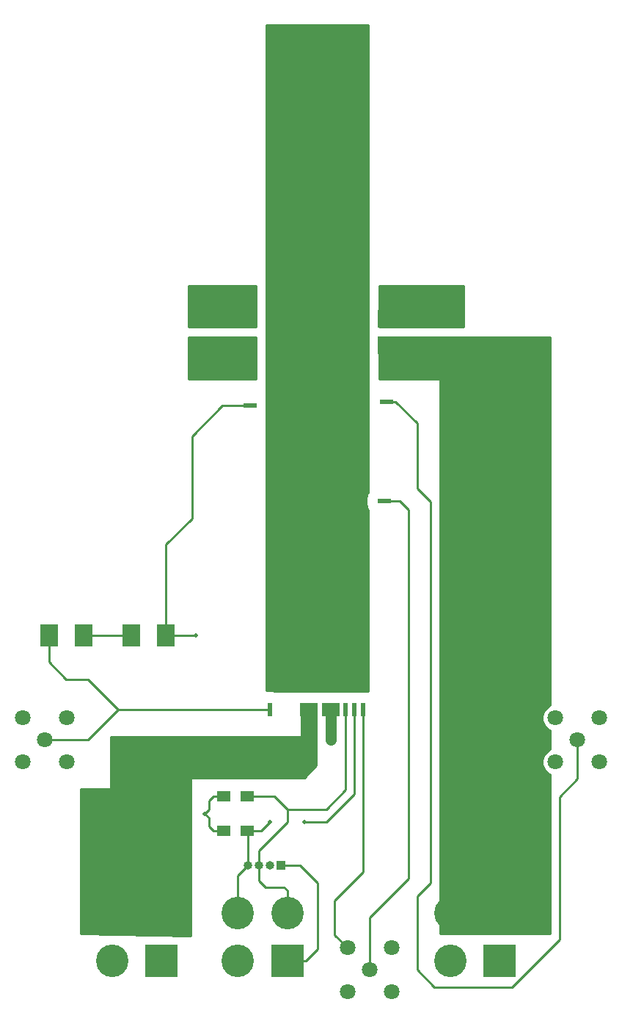
<source format=gbr>
G04 #@! TF.FileFunction,Copper,L1,Top,Signal*
%FSLAX46Y46*%
G04 Gerber Fmt 4.6, Leading zero omitted, Abs format (unit mm)*
G04 Created by KiCad (PCBNEW 4.0.6) date 2017 May 30, Tuesday 14:38:27*
%MOMM*%
%LPD*%
G01*
G04 APERTURE LIST*
%ADD10C,0.100000*%
%ADD11R,3.750000X3.750000*%
%ADD12C,3.750000*%
%ADD13C,1.798320*%
%ADD14C,1.795780*%
%ADD15R,1.500000X1.300000*%
%ADD16R,2.000000X2.500000*%
%ADD17R,2.000000X1.500000*%
%ADD18R,1.500000X0.500000*%
%ADD19R,0.500000X1.500000*%
%ADD20R,1.500000X2.000000*%
%ADD21R,1.000000X1.000000*%
%ADD22O,1.000000X1.000000*%
%ADD23C,0.508000*%
%ADD24C,0.254000*%
%ADD25C,1.270000*%
G04 APERTURE END LIST*
D10*
D11*
X94000000Y-138000000D03*
D12*
X88300000Y-138000000D03*
X94000000Y-132500000D03*
X88300000Y-132500000D03*
D11*
X133000000Y-138000000D03*
D12*
X127300000Y-138000000D03*
X133000000Y-132500000D03*
X127300000Y-132500000D03*
D13*
X80500000Y-112500000D03*
D14*
X83040000Y-109960000D03*
X77960000Y-109960000D03*
X77960000Y-115040000D03*
X83040000Y-115040000D03*
D15*
X103850000Y-123000000D03*
X101150000Y-123000000D03*
X103850000Y-119000000D03*
X101150000Y-119000000D03*
D16*
X85000000Y-100500000D03*
X81000000Y-100500000D03*
X94500000Y-100500000D03*
X90500000Y-100500000D03*
D17*
X111000000Y-109000000D03*
X113500000Y-109000000D03*
D18*
X119750000Y-85000000D03*
D19*
X116250000Y-109000000D03*
X115250000Y-109000000D03*
D20*
X104250000Y-64000000D03*
D19*
X117250000Y-109000000D03*
D20*
X119750000Y-64000000D03*
D19*
X106500000Y-109000000D03*
D18*
X104250000Y-74000000D03*
D11*
X108500000Y-138000000D03*
D12*
X102800000Y-138000000D03*
X108500000Y-132500000D03*
X102800000Y-132500000D03*
D13*
X118000000Y-139000000D03*
D14*
X115460000Y-141540000D03*
X120540000Y-141540000D03*
X120540000Y-136460000D03*
X115460000Y-136460000D03*
D20*
X104250000Y-67000000D03*
X119750000Y-67000000D03*
D21*
X107770000Y-127000000D03*
D22*
X106500000Y-127000000D03*
X105230000Y-127000000D03*
X103960000Y-127000000D03*
D13*
X142000000Y-112500000D03*
D14*
X144540000Y-109960000D03*
X139460000Y-109960000D03*
X139460000Y-115040000D03*
X144540000Y-115040000D03*
D18*
X120000000Y-73500000D03*
D23*
X109000000Y-34000000D03*
X112000000Y-34000000D03*
X115000000Y-34000000D03*
X115000000Y-37000000D03*
X112000000Y-37000000D03*
X109000000Y-37000000D03*
X109000000Y-40000000D03*
X112000000Y-40000000D03*
X115000000Y-40000000D03*
X115000000Y-43000000D03*
X112000000Y-43000000D03*
X109000000Y-43000000D03*
X109000000Y-46000000D03*
X112000000Y-46000000D03*
X115000000Y-46000000D03*
X115000000Y-49000000D03*
X112000000Y-49000000D03*
X109000000Y-49000000D03*
X109000000Y-52000000D03*
X112000000Y-52000000D03*
X115000000Y-52000000D03*
X115000000Y-55000000D03*
X112000000Y-55000000D03*
X109000000Y-55000000D03*
X115000000Y-74000000D03*
X112000000Y-74000000D03*
X109000000Y-74000000D03*
X109000000Y-77000000D03*
X112000000Y-77000000D03*
X115000000Y-77000000D03*
X115000000Y-80000000D03*
X112000000Y-80000000D03*
X109000000Y-80000000D03*
X109000000Y-83000000D03*
X112000000Y-83000000D03*
X115000000Y-83000000D03*
X115000000Y-86000000D03*
X112000000Y-86000000D03*
X109000000Y-86000000D03*
X109000000Y-89000000D03*
X112000000Y-89000000D03*
X115000000Y-89000000D03*
X115000000Y-92000000D03*
X112000000Y-92000000D03*
X109000000Y-92000000D03*
X109000000Y-95000000D03*
X112000000Y-95000000D03*
X115000000Y-95000000D03*
X115000000Y-98000000D03*
X112000000Y-98000000D03*
X109000000Y-98000000D03*
X109000000Y-101000000D03*
X112000000Y-101000000D03*
X115000000Y-101000000D03*
X115000000Y-104000000D03*
X112000000Y-104000000D03*
X109000000Y-104000000D03*
X113500000Y-112000000D03*
X113500000Y-111000000D03*
X99000000Y-121000000D03*
X110500000Y-122000000D03*
X106500000Y-122000000D03*
X122000000Y-69000000D03*
X124000000Y-69000000D03*
X126000000Y-69000000D03*
X128000000Y-69000000D03*
X128000000Y-67000000D03*
X126000000Y-67000000D03*
X124000000Y-67000000D03*
X122000000Y-67000000D03*
X102000000Y-69000000D03*
X100000000Y-69000000D03*
X98000000Y-69000000D03*
X98000000Y-67000000D03*
X100000000Y-67000000D03*
X102000000Y-67000000D03*
X122000000Y-62000000D03*
X124000000Y-62000000D03*
X126000000Y-62000000D03*
X128000000Y-62000000D03*
X128000000Y-64000000D03*
X126000000Y-64000000D03*
X124000000Y-64000000D03*
X98000000Y-62000000D03*
X98000000Y-64000000D03*
X100000000Y-64000000D03*
X100000000Y-62000000D03*
X102000000Y-62000000D03*
X122000000Y-64000000D03*
X102000000Y-64000000D03*
X98000000Y-100500000D03*
D24*
X112000000Y-129000000D02*
X110000000Y-127000000D01*
X110000000Y-127000000D02*
X107770000Y-127000000D01*
X112000000Y-136629000D02*
X112000000Y-129000000D01*
X108500000Y-138000000D02*
X110629000Y-138000000D01*
X110629000Y-138000000D02*
X112000000Y-136629000D01*
D25*
X112000000Y-74000000D02*
X112000000Y-58000000D01*
X115000000Y-34000000D02*
X112000000Y-34000000D01*
X112000000Y-37000000D02*
X115000000Y-37000000D01*
X109000000Y-40000000D02*
X109000000Y-37000000D01*
X115000000Y-40000000D02*
X112000000Y-40000000D01*
X112000000Y-43000000D02*
X115000000Y-43000000D01*
X109000000Y-46000000D02*
X109000000Y-43000000D01*
X115000000Y-46000000D02*
X112000000Y-46000000D01*
X112000000Y-49000000D02*
X115000000Y-49000000D01*
X109000000Y-52000000D02*
X109000000Y-49000000D01*
X115000000Y-52000000D02*
X112000000Y-52000000D01*
X112000000Y-55000000D02*
X115000000Y-55000000D01*
X112000000Y-58000000D02*
X109000000Y-55000000D01*
X109000000Y-74000000D02*
X112000000Y-74000000D01*
X112000000Y-77000000D02*
X109000000Y-77000000D01*
X115000000Y-80000000D02*
X115000000Y-77000000D01*
X109000000Y-80000000D02*
X112000000Y-80000000D01*
X112000000Y-83000000D02*
X109000000Y-83000000D01*
X115000000Y-86000000D02*
X115000000Y-83000000D01*
X109000000Y-86000000D02*
X112000000Y-86000000D01*
X112000000Y-89000000D02*
X109000000Y-89000000D01*
X115000000Y-92000000D02*
X115000000Y-89000000D01*
X109000000Y-92000000D02*
X112000000Y-92000000D01*
X112000000Y-95000000D02*
X109000000Y-95000000D01*
X115000000Y-98000000D02*
X115000000Y-95000000D01*
X109000000Y-98000000D02*
X112000000Y-98000000D01*
X112000000Y-101000000D02*
X109000000Y-101000000D01*
X115000000Y-104000000D02*
X115000000Y-101000000D01*
X109000000Y-104000000D02*
X112000000Y-104000000D01*
X113500000Y-109000000D02*
X113500000Y-112500000D01*
X113500000Y-111000000D02*
X113500000Y-112000000D01*
X113500000Y-109000000D02*
X113500000Y-111000000D01*
D24*
X118000000Y-139000000D02*
X118000000Y-133000000D01*
X118000000Y-133000000D02*
X122500000Y-128500000D01*
X122500000Y-128500000D02*
X122500000Y-86000000D01*
X122500000Y-86000000D02*
X121500000Y-85000000D01*
X121500000Y-85000000D02*
X119750000Y-85000000D01*
X117250000Y-109000000D02*
X117250000Y-127750000D01*
X117250000Y-127750000D02*
X114000000Y-131000000D01*
X114000000Y-131000000D02*
X114000000Y-135000000D01*
X114000000Y-135000000D02*
X115460000Y-136460000D01*
X100000000Y-119000000D02*
X101150000Y-119000000D01*
X99500000Y-119500000D02*
X100000000Y-119000000D01*
X99500000Y-120500000D02*
X99500000Y-119500000D01*
X99000000Y-121000000D02*
X99500000Y-120500000D01*
X99500000Y-122500000D02*
X100000000Y-123000000D01*
X100000000Y-123000000D02*
X101150000Y-123000000D01*
X99500000Y-121500000D02*
X99500000Y-122500000D01*
X99000000Y-121000000D02*
X99500000Y-121500000D01*
X101350000Y-123000000D02*
X101350000Y-122650000D01*
X105230000Y-125270000D02*
X108500000Y-122000000D01*
X108500000Y-122000000D02*
X108500000Y-120500000D01*
X105230000Y-127000000D02*
X105230000Y-125270000D01*
X103850000Y-119000000D02*
X107000000Y-119000000D01*
X107000000Y-119000000D02*
X108500000Y-120500000D01*
X108500000Y-120500000D02*
X113000000Y-120500000D01*
X113000000Y-120500000D02*
X115250000Y-118250000D01*
X115250000Y-118250000D02*
X115250000Y-109000000D01*
X106000000Y-129500000D02*
X105230000Y-128730000D01*
X105230000Y-128730000D02*
X105230000Y-127000000D01*
X108151650Y-129500000D02*
X106000000Y-129500000D01*
X108500000Y-132500000D02*
X108500000Y-129848350D01*
X108500000Y-129848350D02*
X108151650Y-129500000D01*
X103960000Y-127000000D02*
X103960000Y-123110000D01*
X103960000Y-123110000D02*
X103850000Y-123000000D01*
X102800000Y-132500000D02*
X102800000Y-128160000D01*
X102800000Y-128160000D02*
X103960000Y-127000000D01*
X113000000Y-122000000D02*
X116250000Y-118750000D01*
X116250000Y-118750000D02*
X116250000Y-109000000D01*
X110500000Y-122000000D02*
X113000000Y-122000000D01*
X105500000Y-123000000D02*
X106500000Y-122000000D01*
X103850000Y-123000000D02*
X105500000Y-123000000D01*
X116250000Y-110004000D02*
X116250000Y-109000000D01*
D25*
X120000000Y-67000000D02*
X122000000Y-67000000D01*
X126000000Y-69000000D02*
X124000000Y-69000000D01*
X128000000Y-67000000D02*
X128000000Y-69000000D01*
X124000000Y-67000000D02*
X126000000Y-67000000D01*
X104250000Y-67000000D02*
X102000000Y-67000000D01*
X98000000Y-69000000D02*
X100000000Y-69000000D01*
X100000000Y-67000000D02*
X98000000Y-67000000D01*
X126000000Y-62000000D02*
X124000000Y-62000000D01*
X128000000Y-64000000D02*
X128000000Y-62000000D01*
X124000000Y-64000000D02*
X126000000Y-64000000D01*
X100000000Y-64000000D02*
X98000000Y-64000000D01*
X102000000Y-62000000D02*
X100000000Y-62000000D01*
X120000000Y-64000000D02*
X122000000Y-64000000D01*
X104250000Y-64000000D02*
X102000000Y-64000000D01*
D24*
X106000000Y-109000000D02*
X89000000Y-109000000D01*
X106500000Y-109000000D02*
X106000000Y-109000000D01*
X80500000Y-112500000D02*
X81500000Y-112500000D01*
X89000000Y-109000000D02*
X85500000Y-112500000D01*
X85500000Y-112500000D02*
X81500000Y-112500000D01*
X82949398Y-105500000D02*
X85500000Y-105500000D01*
X85500000Y-105500000D02*
X89000000Y-109000000D01*
X81000000Y-100500000D02*
X81000000Y-103550602D01*
X81000000Y-103550602D02*
X82949398Y-105500000D01*
X97500000Y-77500000D02*
X101000000Y-74000000D01*
X101000000Y-74000000D02*
X104250000Y-74000000D01*
X97500000Y-87000000D02*
X97500000Y-77500000D01*
X97500000Y-87000000D02*
X94500000Y-90000000D01*
X95754000Y-100500000D02*
X98000000Y-100500000D01*
X94500000Y-100500000D02*
X95754000Y-100500000D01*
X94500000Y-90000000D02*
X94500000Y-100500000D01*
X90500000Y-100500000D02*
X85000000Y-100500000D01*
D25*
X111000000Y-109000000D02*
X111000000Y-111000000D01*
D24*
X142000000Y-112500000D02*
X142000000Y-117000000D01*
X125043999Y-128956001D02*
X125043999Y-85043999D01*
X142000000Y-117000000D02*
X139935802Y-119064198D01*
X121004000Y-73500000D02*
X120000000Y-73500000D01*
X139935802Y-119064198D02*
X139935802Y-135500000D01*
X123500000Y-83500000D02*
X123500000Y-75996000D01*
X139935802Y-135500000D02*
X134435802Y-141000000D01*
X123500000Y-130500000D02*
X125043999Y-128956001D01*
X134435802Y-141000000D02*
X125500000Y-141000000D01*
X125500000Y-141000000D02*
X123500000Y-139000000D01*
X125043999Y-85043999D02*
X123500000Y-83500000D01*
X123500000Y-139000000D02*
X123500000Y-130500000D01*
X123500000Y-75996000D02*
X121004000Y-73500000D01*
G36*
X111852560Y-109750000D02*
X111873000Y-109858629D01*
X111873000Y-115447394D01*
X110447394Y-116873000D01*
X97500000Y-116873000D01*
X97450590Y-116883006D01*
X97408965Y-116911447D01*
X97381685Y-116953841D01*
X97373000Y-117000000D01*
X97373000Y-135120534D01*
X84627000Y-134875418D01*
X84627000Y-118127000D01*
X88000000Y-118127000D01*
X88049410Y-118116994D01*
X88091035Y-118088553D01*
X88118315Y-118046159D01*
X88127000Y-118000000D01*
X88127000Y-112127000D01*
X110000000Y-112127000D01*
X110049410Y-112116994D01*
X110091035Y-112088553D01*
X110118315Y-112046159D01*
X110127000Y-112000000D01*
X110127000Y-109627000D01*
X111852560Y-109627000D01*
X111852560Y-109750000D01*
X111852560Y-109750000D01*
G37*
X111852560Y-109750000D02*
X111873000Y-109858629D01*
X111873000Y-115447394D01*
X110447394Y-116873000D01*
X97500000Y-116873000D01*
X97450590Y-116883006D01*
X97408965Y-116911447D01*
X97381685Y-116953841D01*
X97373000Y-117000000D01*
X97373000Y-135120534D01*
X84627000Y-134875418D01*
X84627000Y-118127000D01*
X88000000Y-118127000D01*
X88049410Y-118116994D01*
X88091035Y-118088553D01*
X88118315Y-118046159D01*
X88127000Y-118000000D01*
X88127000Y-112127000D01*
X110000000Y-112127000D01*
X110049410Y-112116994D01*
X110091035Y-112088553D01*
X110118315Y-112046159D01*
X110127000Y-112000000D01*
X110127000Y-109627000D01*
X111852560Y-109627000D01*
X111852560Y-109750000D01*
G36*
X138873000Y-108543954D02*
X138592822Y-108659721D01*
X138161237Y-109090554D01*
X137927377Y-109653752D01*
X137926845Y-110263573D01*
X138159721Y-110827178D01*
X138590554Y-111258763D01*
X138873000Y-111376045D01*
X138873000Y-113623954D01*
X138592822Y-113739721D01*
X138161237Y-114170554D01*
X137927377Y-114733752D01*
X137926845Y-115343573D01*
X138159721Y-115907178D01*
X138590554Y-116338763D01*
X138873000Y-116456045D01*
X138873000Y-134873000D01*
X126127000Y-134873000D01*
X126127000Y-71000000D01*
X126116994Y-70950590D01*
X126088553Y-70908965D01*
X126046159Y-70881685D01*
X126000000Y-70873000D01*
X119127000Y-70873000D01*
X119127000Y-66127000D01*
X138873000Y-66127000D01*
X138873000Y-108543954D01*
X138873000Y-108543954D01*
G37*
X138873000Y-108543954D02*
X138592822Y-108659721D01*
X138161237Y-109090554D01*
X137927377Y-109653752D01*
X137926845Y-110263573D01*
X138159721Y-110827178D01*
X138590554Y-111258763D01*
X138873000Y-111376045D01*
X138873000Y-113623954D01*
X138592822Y-113739721D01*
X138161237Y-114170554D01*
X137927377Y-114733752D01*
X137926845Y-115343573D01*
X138159721Y-115907178D01*
X138590554Y-116338763D01*
X138873000Y-116456045D01*
X138873000Y-134873000D01*
X126127000Y-134873000D01*
X126127000Y-71000000D01*
X126116994Y-70950590D01*
X126088553Y-70908965D01*
X126046159Y-70881685D01*
X126000000Y-70873000D01*
X119127000Y-70873000D01*
X119127000Y-66127000D01*
X138873000Y-66127000D01*
X138873000Y-108543954D01*
G36*
X117873000Y-83924868D02*
X117687852Y-84195841D01*
X117575632Y-84750000D01*
X117575632Y-85250000D01*
X117673043Y-85767697D01*
X117873000Y-86078438D01*
X117873000Y-106873000D01*
X106983910Y-106873000D01*
X106750000Y-106825632D01*
X106250000Y-106825632D01*
X106127000Y-106848776D01*
X106127000Y-30127000D01*
X117873000Y-30127000D01*
X117873000Y-83924868D01*
X117873000Y-83924868D01*
G37*
X117873000Y-83924868D02*
X117687852Y-84195841D01*
X117575632Y-84750000D01*
X117575632Y-85250000D01*
X117673043Y-85767697D01*
X117873000Y-86078438D01*
X117873000Y-106873000D01*
X106983910Y-106873000D01*
X106750000Y-106825632D01*
X106250000Y-106825632D01*
X106127000Y-106848776D01*
X106127000Y-30127000D01*
X117873000Y-30127000D01*
X117873000Y-83924868D01*
G36*
X104873000Y-70873000D02*
X97127000Y-70873000D01*
X97127000Y-66127000D01*
X104873000Y-66127000D01*
X104873000Y-70873000D01*
X104873000Y-70873000D01*
G37*
X104873000Y-70873000D02*
X97127000Y-70873000D01*
X97127000Y-66127000D01*
X104873000Y-66127000D01*
X104873000Y-70873000D01*
G36*
X104873000Y-64873000D02*
X97127000Y-64873000D01*
X97127000Y-60127000D01*
X104873000Y-60127000D01*
X104873000Y-64873000D01*
X104873000Y-64873000D01*
G37*
X104873000Y-64873000D02*
X97127000Y-64873000D01*
X97127000Y-60127000D01*
X104873000Y-60127000D01*
X104873000Y-64873000D01*
G36*
X128873000Y-64873000D02*
X119127000Y-64873000D01*
X119127000Y-60127000D01*
X128873000Y-60127000D01*
X128873000Y-64873000D01*
X128873000Y-64873000D01*
G37*
X128873000Y-64873000D02*
X119127000Y-64873000D01*
X119127000Y-60127000D01*
X128873000Y-60127000D01*
X128873000Y-64873000D01*
M02*

</source>
